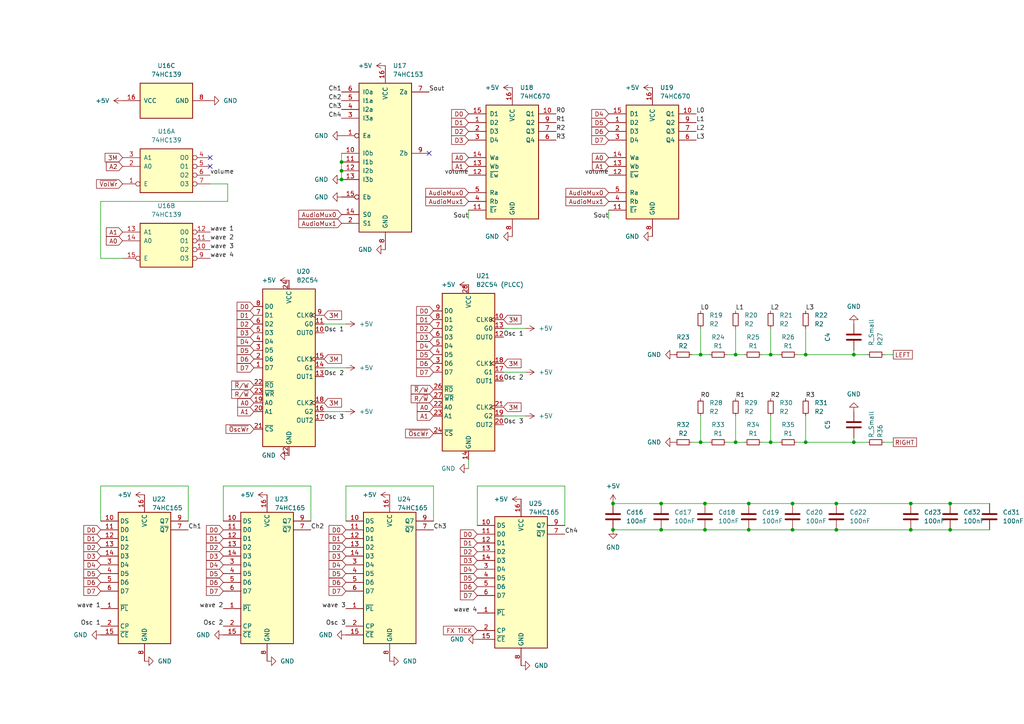
<source format=kicad_sch>
(kicad_sch (version 20230121) (generator eeschema)
  (paper "A4")
  (title_block (title "Audio"))
  (lib_symbols
    (symbol "74xx:74HC165"
      (property "Reference" "U" (at -7.62 19.05 0))
      (property "Value" "74HC165" (at -7.62 -21.59 0))
      (symbol "74HC165_1_0"
        (pin input line (at -12.7 -10.16 0) (length 5.08) (name "~{PL}") (number "1"))
        (pin input line (at -12.7 15.24 0) (length 5.08) (name "DS") (number "10"))
        (pin input line (at -12.7 12.7 0) (length 5.08) (name "D0") (number "11"))
        (pin input line (at -12.7 10.16 0) (length 5.08) (name "D1") (number "12"))
        (pin input line (at -12.7 7.62 0) (length 5.08) (name "D2") (number "13"))
        (pin input line (at -12.7 5.08 0) (length 5.08) (name "D3") (number "14"))
        (pin input line (at -12.7 -17.78 0) (length 5.08) (name "~{CE}") (number "15"))
        (pin power_in line (at 0 22.86 270) (length 5.08) (name "VCC") (number "16"))
        (pin input line (at -12.7 -15.24 0) (length 5.08) (name "CP") (number "2"))
        (pin input line (at -12.7 2.54 0) (length 5.08) (name "D4") (number "3"))
        (pin input line (at -12.7 0 0) (length 5.08) (name "D5") (number "4"))
        (pin input line (at -12.7 -2.54 0) (length 5.08) (name "D6") (number "5"))
        (pin input line (at -12.7 -5.08 0) (length 5.08) (name "D7") (number "6"))
        (pin output line (at 12.7 12.7 180) (length 5.08) (name "~{Q7}") (number "7"))
        (pin power_in line (at 0 -25.4 90) (length 5.08) (name "GND") (number "8"))
        (pin output line (at 12.7 15.24 180) (length 5.08) (name "Q7") (number "9"))
      )
      (symbol "74HC165_1_1"
        (rectangle (start -7.62 17.78) (end 7.62 -20.32) (stroke (width 0.254)) (fill (type background)))
      )
    )
    (symbol "74xx:74LS139" (pin_names (offset 1.016))
      (property "Reference" "U" (at -7.62 8.89 0))
      (property "Value" "74LS139" (at -7.62 -8.89 0))
      (symbol "74LS139_1_0"
        (pin input inverted (at -12.7 -5.08 0) (length 5.08) (name "E") (number "1"))
        (pin input line (at -12.7 0 0) (length 5.08) (name "A0") (number "2"))
        (pin input line (at -12.7 2.54 0) (length 5.08) (name "A1") (number "3"))
        (pin output inverted (at 12.7 2.54 180) (length 5.08) (name "O0") (number "4"))
        (pin output inverted (at 12.7 0 180) (length 5.08) (name "O1") (number "5"))
        (pin output inverted (at 12.7 -2.54 180) (length 5.08) (name "O2") (number "6"))
        (pin output inverted (at 12.7 -5.08 180) (length 5.08) (name "O3") (number "7"))
      )
      (symbol "74LS139_1_1"
        (rectangle (start -7.62 5.08) (end 7.62 -7.62) (stroke (width 0.254)) (fill (type background)))
      )
      (symbol "74LS139_2_0"
        (pin output inverted (at 12.7 -2.54 180) (length 5.08) (name "O2") (number "10"))
        (pin output inverted (at 12.7 0 180) (length 5.08) (name "O1") (number "11"))
        (pin output inverted (at 12.7 2.54 180) (length 5.08) (name "O0") (number "12"))
        (pin input line (at -12.7 2.54 0) (length 5.08) (name "A1") (number "13"))
        (pin input line (at -12.7 0 0) (length 5.08) (name "A0") (number "14"))
        (pin input inverted (at -12.7 -5.08 0) (length 5.08) (name "E") (number "15"))
        (pin output inverted (at 12.7 -5.08 180) (length 5.08) (name "O3") (number "9"))
      )
      (symbol "74LS139_2_1"
        (rectangle (start -7.62 5.08) (end 7.62 -7.62) (stroke (width 0.254)) (fill (type background)))
      )
      (symbol "74LS139_3_0"
        (pin power_in line (at 0 12.7 270) (length 5.08) (name "VCC") (number "16"))
        (pin power_in line (at 0 -12.7 90) (length 5.08) (name "GND") (number "8"))
      )
      (symbol "74LS139_3_1"
        (rectangle (start -5.08 7.62) (end 5.08 -7.62) (stroke (width 0.254)) (fill (type background)))
      )
    )
    (symbol "74xx:74LS153" (pin_names (offset 1.016))
      (property "Reference" "U" (at -7.62 21.59 0))
      (property "Value" "74LS153" (at -7.62 -24.13 0))
      (symbol "74LS153_1_0"
        (pin input inverted (at -12.7 5.08 0) (length 5.08) (name "Ea") (number "1"))
        (pin input line (at -12.7 0 0) (length 5.08) (name "I0b") (number "10"))
        (pin input line (at -12.7 -2.54 0) (length 5.08) (name "I1b") (number "11"))
        (pin input line (at -12.7 -5.08 0) (length 5.08) (name "I2b") (number "12"))
        (pin input line (at -12.7 -7.62 0) (length 5.08) (name "I3b") (number "13"))
        (pin input line (at -12.7 -17.78 0) (length 5.08) (name "S0") (number "14"))
        (pin input inverted (at -12.7 -12.7 0) (length 5.08) (name "Eb") (number "15"))
        (pin power_in line (at 0 25.4 270) (length 5.08) (name "VCC") (number "16"))
        (pin input line (at -12.7 -20.32 0) (length 5.08) (name "S1") (number "2"))
        (pin input line (at -12.7 10.16 0) (length 5.08) (name "I3a") (number "3"))
        (pin input line (at -12.7 12.7 0) (length 5.08) (name "I2a") (number "4"))
        (pin input line (at -12.7 15.24 0) (length 5.08) (name "I1a") (number "5"))
        (pin input line (at -12.7 17.78 0) (length 5.08) (name "I0a") (number "6"))
        (pin output line (at 12.7 17.78 180) (length 5.08) (name "Za") (number "7"))
        (pin power_in line (at 0 -27.94 90) (length 5.08) (name "GND") (number "8"))
        (pin output line (at 12.7 0 180) (length 5.08) (name "Zb") (number "9"))
      )
      (symbol "74LS153_1_1"
        (rectangle (start -7.62 20.32) (end 7.62 -22.86) (stroke (width 0.254)) (fill (type background)))
      )
    )
    (symbol "74xx:74LS670" (pin_names (offset 1.016))
      (property "Reference" "U" (at -7.62 16.51 0))
      (property "Value" "74LS670" (at -7.62 -19.05 0))
      (symbol "74LS670_1_0"
        (pin input line (at -12.7 10.16 0) (length 5.08) (name "D2") (number "1"))
        (pin tri_state line (at 12.7 12.7 180) (length 5.08) (name "Q1") (number "10"))
        (pin input line (at -12.7 -15.24 0) (length 5.08) (name "~{Er}") (number "11"))
        (pin input line (at -12.7 -5.08 0) (length 5.08) (name "~{Ew}") (number "12"))
        (pin input line (at -12.7 -2.54 0) (length 5.08) (name "Wb") (number "13"))
        (pin input line (at -12.7 0 0) (length 5.08) (name "Wa") (number "14"))
        (pin input line (at -12.7 12.7 0) (length 5.08) (name "D1") (number "15"))
        (pin power_in line (at 0 20.32 270) (length 5.08) (name "VCC") (number "16"))
        (pin input line (at -12.7 7.62 0) (length 5.08) (name "D3") (number "2"))
        (pin input line (at -12.7 5.08 0) (length 5.08) (name "D4") (number "3"))
        (pin input line (at -12.7 -12.7 0) (length 5.08) (name "Rb") (number "4"))
        (pin input line (at -12.7 -10.16 0) (length 5.08) (name "Ra") (number "5"))
        (pin tri_state line (at 12.7 5.08 180) (length 5.08) (name "Q4") (number "6"))
        (pin tri_state line (at 12.7 7.62 180) (length 5.08) (name "Q3") (number "7"))
        (pin power_in line (at 0 -22.86 90) (length 5.08) (name "GND") (number "8"))
        (pin tri_state line (at 12.7 10.16 180) (length 5.08) (name "Q2") (number "9"))
      )
      (symbol "74LS670_1_1"
        (rectangle (start -7.62 15.24) (end 7.62 -17.78) (stroke (width 0.254)) (fill (type background)))
      )
    )
    (symbol "Device:C" (pin_numbers hide) (pin_names (offset 0.254))
      (property "Reference" "C" (at 0.635 2.54 0))
      (property "Value" "C" (at 0.635 -2.54 0))
      (symbol "C_0_1"
        (polyline (pts (xy -2.032 -0.762) (xy 2.032 -0.762)) (stroke (width 0.508)))
        (polyline (pts (xy -2.032 0.762) (xy 2.032 0.762)) (stroke (width 0.508)))
      )
      (symbol "C_1_1"
        (pin passive line (at 0 3.81 270) (length 2.794) (name "~") (number "1"))
        (pin passive line (at 0 -3.81 90) (length 2.794) (name "~") (number "2"))
      )
    )
    (symbol "Device:R_Small" (pin_numbers hide) (pin_names (offset 0.254) hide)
      (property "Reference" "R" (at 0.762 0.508 0))
      (property "Value" "R_Small" (at 0.762 -1.016 0))
      (symbol "R_Small_0_1"
        (rectangle (start -0.762 1.778) (end 0.762 -1.778) (stroke (width 0.2032)))
      )
      (symbol "R_Small_1_1"
        (pin passive line (at 0 2.54 270) (length 0.762) (name "~") (number "1"))
        (pin passive line (at 0 -2.54 90) (length 0.762) (name "~") (number "2"))
      )
    )
    (symbol "Timer:82C54"
      (property "Reference" "U" (at -5.08 24.13 0))
      (property "Value" "82C54" (at 2.54 24.13 0))
      (symbol "82C54_0_1"
        (rectangle (start -7.62 -22.86) (end 7.62 22.86) (stroke (width 0.254)) (fill (type background)))
      )
      (symbol "82C54_1_1"
        (pin bidirectional line (at -10.16 0 0) (length 2.54) (name "D7") (number "1"))
        (pin output line (at 10.16 10.16 180) (length 2.54) (name "OUT0") (number "10"))
        (pin input line (at 10.16 12.7 180) (length 2.54) (name "G0") (number "11"))
        (pin power_in line (at 0 -25.4 90) (length 2.54) (name "GND") (number "12"))
        (pin output line (at 10.16 -2.54 180) (length 2.54) (name "OUT1") (number "13"))
        (pin input line (at 10.16 0 180) (length 2.54) (name "G1") (number "14"))
        (pin input clock (at 10.16 2.54 180) (length 2.54) (name "CLK1") (number "15"))
        (pin input line (at 10.16 -12.7 180) (length 2.54) (name "G2") (number "16"))
        (pin output line (at 10.16 -15.24 180) (length 2.54) (name "OUT2") (number "17"))
        (pin input clock (at 10.16 -10.16 180) (length 2.54) (name "CLK2") (number "18"))
        (pin input line (at -10.16 -10.16 0) (length 2.54) (name "A0") (number "19"))
        (pin bidirectional line (at -10.16 2.54 0) (length 2.54) (name "D6") (number "2"))
        (pin input line (at -10.16 -12.7 0) (length 2.54) (name "A1") (number "20"))
        (pin input line (at -10.16 -17.78 0) (length 2.54) (name "~{CS}") (number "21"))
        (pin input line (at -10.16 -5.08 0) (length 2.54) (name "~{RD}") (number "22"))
        (pin input line (at -10.16 -7.62 0) (length 2.54) (name "~{WR}") (number "23"))
        (pin power_in line (at 0 25.4 270) (length 2.54) (name "VCC") (number "24"))
        (pin bidirectional line (at -10.16 5.08 0) (length 2.54) (name "D5") (number "3"))
        (pin bidirectional line (at -10.16 7.62 0) (length 2.54) (name "D4") (number "4"))
        (pin bidirectional line (at -10.16 10.16 0) (length 2.54) (name "D3") (number "5"))
        (pin bidirectional line (at -10.16 12.7 0) (length 2.54) (name "D2") (number "6"))
        (pin bidirectional line (at -10.16 15.24 0) (length 2.54) (name "D1") (number "7"))
        (pin bidirectional line (at -10.16 17.78 0) (length 2.54) (name "D0") (number "8"))
        (pin input clock (at 10.16 15.24 180) (length 2.54) (name "CLK0") (number "9"))
      )
    )
    (symbol "Timer:82C54_PLCC"
      (property "Reference" "U" (at -3.81 24.13 0))
      (property "Value" "82C54_PLCC" (at 2.54 24.13 0))
      (symbol "82C54_PLCC_0_1"
        (rectangle (start -7.62 -22.86) (end 7.62 22.86) (stroke (width 0.254)) (fill (type background)))
      )
      (symbol "82C54_PLCC_1_1"
        (pin no_connect line (at -5.08 -22.86 90) (length 2.54) hide (name "NC") (number "1"))
        (pin input clock (at 10.16 15.24 180) (length 2.54) (name "CLK0") (number "10"))
        (pin no_connect line (at -2.54 -22.86 90) (length 2.54) hide (name "NC") (number "11"))
        (pin output line (at 10.16 10.16 180) (length 2.54) (name "OUT0") (number "12"))
        (pin input line (at 10.16 12.7 180) (length 2.54) (name "G0") (number "13"))
        (pin power_in line (at 0 -25.4 90) (length 2.54) (name "GND") (number "14"))
        (pin no_connect line (at 2.54 -22.86 90) (length 2.54) hide (name "NC") (number "15"))
        (pin output line (at 10.16 -2.54 180) (length 2.54) (name "OUT1") (number "16"))
        (pin input line (at 10.16 0 180) (length 2.54) (name "G1") (number "17"))
        (pin input clock (at 10.16 2.54 180) (length 2.54) (name "CLK1") (number "18"))
        (pin input line (at 10.16 -12.7 180) (length 2.54) (name "G2") (number "19"))
        (pin bidirectional line (at -10.16 0 0) (length 2.54) (name "D7") (number "2"))
        (pin output line (at 10.16 -15.24 180) (length 2.54) (name "OUT2") (number "20"))
        (pin input clock (at 10.16 -10.16 180) (length 2.54) (name "CLK2") (number "21"))
        (pin input line (at -10.16 -10.16 0) (length 2.54) (name "A0") (number "22"))
        (pin input line (at -10.16 -12.7 0) (length 2.54) (name "A1") (number "23"))
        (pin input line (at -10.16 -17.78 0) (length 2.54) (name "~{CS}") (number "24"))
        (pin no_connect line (at 5.08 -22.86 90) (length 2.54) hide (name "NC") (number "25"))
        (pin input line (at -10.16 -5.08 0) (length 2.54) (name "~{RD}") (number "26"))
        (pin input line (at -10.16 -7.62 0) (length 2.54) (name "~{WR}") (number "27"))
        (pin power_in line (at 0 25.4 270) (length 2.54) (name "VCC") (number "28"))
        (pin bidirectional line (at -10.16 2.54 0) (length 2.54) (name "D6") (number "3"))
        (pin bidirectional line (at -10.16 5.08 0) (length 2.54) (name "D5") (number "4"))
        (pin bidirectional line (at -10.16 7.62 0) (length 2.54) (name "D4") (number "5"))
        (pin bidirectional line (at -10.16 10.16 0) (length 2.54) (name "D3") (number "6"))
        (pin bidirectional line (at -10.16 12.7 0) (length 2.54) (name "D2") (number "7"))
        (pin bidirectional line (at -10.16 15.24 0) (length 2.54) (name "D1") (number "8"))
        (pin bidirectional line (at -10.16 17.78 0) (length 2.54) (name "D0") (number "9"))
      )
    )
    (symbol "power:+5V" (power) (pin_names (offset 0))
      (property "Value" "+5V" (at 0 3.556 0))
      (symbol "+5V_0_1"
        (polyline (pts (xy -0.762 1.27) (xy 0 2.54)))
        (polyline (pts (xy 0 0) (xy 0 2.54)))
        (polyline (pts (xy 0 2.54) (xy 0.762 1.27)))
      )
      (symbol "+5V_1_1"
        (pin power_in line (at 0 0 90) (length 0) hide (name "+5V") (number "1"))
      )
    )
    (symbol "power:GND" (power) (pin_names (offset 0))
      (property "Value" "GND" (at 0 -3.81 0))
      (symbol "GND_0_1"
        (polyline (pts (xy 0 0) (xy 0 -1.27) (xy 1.27 -1.27) (xy 0 -2.54) (xy -1.27 -1.27) (xy 0 -1.27)))
      )
      (symbol "GND_1_1"
        (pin power_in line (at 0 0 270) (length 0) hide (name "GND") (number "1"))
      )
    )
  )
  (junction (at 264.16 153.67))
  (junction (at 229.87 153.67))
  (junction (at 264.16 146.05))
  (junction (at 233.68 128.27))
  (junction (at 229.87 146.05))
  (junction (at 177.8 146.05))
  (junction (at 247.65 128.27))
  (junction (at 217.17 146.05))
  (junction (at 191.77 146.05))
  (junction (at 203.2 128.27))
  (junction (at 213.36 128.27))
  (junction (at 223.52 102.87))
  (junction (at 204.47 146.05))
  (junction (at 275.59 146.05))
  (junction (at 213.36 102.87))
  (junction (at 204.47 153.67))
  (junction (at 177.8 153.67))
  (junction (at 203.2 102.87))
  (junction (at 99.06 49.53))
  (junction (at 242.57 146.05))
  (junction (at 247.65 102.87))
  (junction (at 99.06 52.07))
  (junction (at 223.52 128.27))
  (junction (at 99.06 46.99))
  (junction (at 242.57 153.67))
  (junction (at 233.68 102.87))
  (junction (at 191.77 153.67))
  (junction (at 217.17 153.67))
  (junction (at 275.59 153.67))
  (no_connect (at 60.96 48.26))
  (no_connect (at 124.46 44.45))
  (no_connect (at 60.96 45.72))
  (wire (pts (xy 220.98 102.87) (xy 223.52 102.87)))
  (wire (pts (xy 152.4 95.25) (xy 146.05 95.25)))
  (wire (pts (xy 203.2 120.65) (xy 203.2 128.27)))
  (wire (pts (xy 177.8 146.05) (xy 191.77 146.05)))
  (wire (pts (xy 100.33 140.97) (xy 100.33 151.13)))
  (wire (pts (xy 233.68 102.87) (xy 247.65 102.87)))
  (wire (pts (xy 242.57 146.05) (xy 264.16 146.05)))
  (wire (pts (xy 200.66 102.87) (xy 203.2 102.87)))
  (wire (pts (xy 247.65 128.27) (xy 247.65 127)))
  (wire (pts (xy 210.82 102.87) (xy 213.36 102.87)))
  (wire (pts (xy 231.14 128.27) (xy 233.68 128.27)))
  (wire (pts (xy 191.77 153.67) (xy 204.47 153.67)))
  (wire (pts (xy 256.54 128.27) (xy 259.08 128.27)))
  (wire (pts (xy 264.16 153.67) (xy 275.59 153.67)))
  (wire (pts (xy 242.57 153.67) (xy 264.16 153.67)))
  (wire (pts (xy 251.46 128.27) (xy 247.65 128.27)))
  (wire (pts (xy 251.46 102.87) (xy 247.65 102.87)))
  (wire (pts (xy 100.33 93.98) (xy 93.98 93.98)))
  (wire (pts (xy 135.89 63.5) (xy 135.89 60.96)))
  (wire (pts (xy 29.21 140.97) (xy 29.21 151.13)))
  (wire (pts (xy 247.65 102.87) (xy 247.65 101.6)))
  (wire (pts (xy 213.36 128.27) (xy 215.9 128.27)))
  (wire (pts (xy 264.16 146.05) (xy 275.59 146.05)))
  (wire (pts (xy 191.77 146.05) (xy 204.47 146.05)))
  (wire (pts (xy 204.47 146.05) (xy 217.17 146.05)))
  (wire (pts (xy 177.8 153.67) (xy 191.77 153.67)))
  (wire (pts (xy 64.77 140.97) (xy 64.77 151.13)))
  (wire (pts (xy 204.47 153.67) (xy 217.17 153.67)))
  (wire (pts (xy 217.17 153.67) (xy 229.87 153.67)))
  (wire (pts (xy 90.17 151.13) (xy 90.17 140.97)))
  (wire (pts (xy 29.21 74.93) (xy 29.21 58.42)))
  (wire (pts (xy 210.82 128.27) (xy 213.36 128.27)))
  (wire (pts (xy 176.53 63.5) (xy 176.53 60.96)))
  (wire (pts (xy 66.04 53.34) (xy 60.96 53.34)))
  (wire (pts (xy 99.06 44.45) (xy 99.06 46.99)))
  (wire (pts (xy 233.68 128.27) (xy 247.65 128.27)))
  (wire (pts (xy 231.14 102.87) (xy 233.68 102.87)))
  (wire (pts (xy 223.52 95.25) (xy 223.52 102.87)))
  (wire (pts (xy 54.61 151.13) (xy 54.61 140.97)))
  (wire (pts (xy 135.89 135.89) (xy 135.89 133.35)))
  (wire (pts (xy 90.17 140.97) (xy 64.77 140.97)))
  (wire (pts (xy 203.2 102.87) (xy 205.74 102.87)))
  (wire (pts (xy 99.06 49.53) (xy 99.06 52.07)))
  (wire (pts (xy 229.87 153.67) (xy 242.57 153.67)))
  (wire (pts (xy 100.33 106.68) (xy 93.98 106.68)))
  (wire (pts (xy 66.04 58.42) (xy 66.04 53.34)))
  (wire (pts (xy 213.36 120.65) (xy 213.36 128.27)))
  (wire (pts (xy 203.2 95.25) (xy 203.2 102.87)))
  (wire (pts (xy 275.59 146.05) (xy 287.02 146.05)))
  (wire (pts (xy 220.98 128.27) (xy 223.52 128.27)))
  (wire (pts (xy 138.43 140.97) (xy 138.43 152.4)))
  (wire (pts (xy 223.52 102.87) (xy 226.06 102.87)))
  (wire (pts (xy 223.52 128.27) (xy 226.06 128.27)))
  (wire (pts (xy 203.2 128.27) (xy 205.74 128.27)))
  (wire (pts (xy 125.73 151.13) (xy 125.73 140.97)))
  (wire (pts (xy 256.54 102.87) (xy 259.08 102.87)))
  (wire (pts (xy 29.21 58.42) (xy 66.04 58.42)))
  (wire (pts (xy 229.87 146.05) (xy 242.57 146.05)))
  (wire (pts (xy 163.83 152.4) (xy 163.83 140.97)))
  (wire (pts (xy 213.36 102.87) (xy 215.9 102.87)))
  (wire (pts (xy 163.83 140.97) (xy 138.43 140.97)))
  (wire (pts (xy 233.68 120.65) (xy 233.68 128.27)))
  (wire (pts (xy 200.66 128.27) (xy 203.2 128.27)))
  (wire (pts (xy 100.33 119.38) (xy 93.98 119.38)))
  (wire (pts (xy 233.68 95.25) (xy 233.68 102.87)))
  (wire (pts (xy 213.36 95.25) (xy 213.36 102.87)))
  (wire (pts (xy 223.52 120.65) (xy 223.52 128.27)))
  (wire (pts (xy 275.59 153.67) (xy 287.02 153.67)))
  (wire (pts (xy 217.17 146.05) (xy 229.87 146.05)))
  (wire (pts (xy 152.4 120.65) (xy 146.05 120.65)))
  (wire (pts (xy 99.06 46.99) (xy 99.06 49.53)))
  (wire (pts (xy 54.61 140.97) (xy 29.21 140.97)))
  (wire (pts (xy 125.73 140.97) (xy 100.33 140.97)))
  (wire (pts (xy 152.4 107.95) (xy 146.05 107.95)))
  (wire (pts (xy 35.56 74.93) (xy 29.21 74.93)))
  (label "Osc 2" (at 93.98 109.22 0))
  (label "R2" (at 161.29 38.1 0))
  (label "Sout" (at 135.89 63.5 180))
  (label "Osc 3" (at 93.98 121.92 0))
  (label "L3" (at 233.68 90.17 0))
  (label "volume" (at 135.89 50.8 180))
  (label "Osc 1" (at 29.21 181.61 180))
  (label "Ch1" (at 99.06 26.67 180))
  (label "Ch4" (at 163.83 154.94 0))
  (label "Sout" (at 176.53 63.5 180))
  (label "R3" (at 233.68 115.57 0))
  (label "Osc 2" (at 146.05 110.49 0))
  (label "wave 1" (at 60.96 67.31 0))
  (label "Sout" (at 124.46 26.67 0))
  (label "Osc 2" (at 64.77 181.61 180))
  (label "L3" (at 201.93 40.64 0))
  (label "wave 1" (at 29.21 176.53 180))
  (label "wave 3" (at 60.96 72.39 0))
  (label "wave 2" (at 60.96 69.85 0))
  (label "wave 3" (at 100.33 176.53 180))
  (label "R3" (at 161.29 40.64 0))
  (label "L2" (at 201.93 38.1 0))
  (label "wave 4" (at 60.96 74.93 0))
  (label "Osc 1" (at 93.98 96.52 0))
  (label "Ch2" (at 99.06 29.21 180))
  (label "Osc 1" (at 146.05 97.79 0))
  (label "volume" (at 60.96 50.8 0))
  (label "volume" (at 176.53 50.8 180))
  (label "Ch2" (at 90.17 153.67 0))
  (label "L1" (at 213.36 90.17 0))
  (label "R1" (at 213.36 115.57 0))
  (label "R1" (at 161.29 35.56 0))
  (label "R0" (at 203.2 115.57 0))
  (label "R0" (at 161.29 33.02 0))
  (label "Ch4" (at 99.06 34.29 180))
  (label "wave 4" (at 138.43 177.8 180))
  (label "wave 2" (at 64.77 176.53 180))
  (label "Ch3" (at 125.73 153.67 0))
  (label "Ch3" (at 99.06 31.75 180))
  (label "Osc 3" (at 100.33 181.61 180))
  (label "Ch1" (at 54.61 153.67 0))
  (label "Osc 3" (at 146.05 123.19 0))
  (label "L2" (at 223.52 90.17 0))
  (label "L0" (at 201.93 33.02 0))
  (label "L1" (at 201.93 35.56 0))
  (label "L0" (at 203.2 90.17 0))
  (label "R2" (at 223.52 115.57 0))
  (global_label "D3" (shape input) (at 64.77 161.29 180) (property "Intersheetrefs" "${INTERSHEET_REFS}" (effects hide)))
  (global_label "D4" (shape input) (at 125.73 100.33 180) (property "Intersheetrefs" "${INTERSHEET_REFS}" (effects hide)))
  (global_label "R{slash}~{W}" (shape input) (at 73.66 114.3 180) (property "Intersheetrefs" "${INTERSHEET_REFS}" (effects hide)))
  (global_label "A0" (shape input) (at 125.73 118.11 180) (property "Intersheetrefs" "${INTERSHEET_REFS}" (effects hide)))
  (global_label "D7" (shape input) (at 29.21 171.45 180) (property "Intersheetrefs" "${INTERSHEET_REFS}" (effects hide)))
  (global_label "D6" (shape input) (at 125.73 105.41 180) (property "Intersheetrefs" "${INTERSHEET_REFS}" (effects hide)))
  (global_label "D4" (shape input) (at 138.43 165.1 180) (property "Intersheetrefs" "${INTERSHEET_REFS}" (effects hide)))
  (global_label "D3" (shape input) (at 125.73 97.79 180) (property "Intersheetrefs" "${INTERSHEET_REFS}" (effects hide)))
  (global_label "D4" (shape input) (at 29.21 163.83 180) (property "Intersheetrefs" "${INTERSHEET_REFS}" (effects hide)))
  (global_label "D0" (shape input) (at 135.89 33.02 180) (property "Intersheetrefs" "${INTERSHEET_REFS}" (effects hide)))
  (global_label "LEFT" (shape passive) (at 259.08 102.87 0) (property "Intersheetrefs" "${INTERSHEET_REFS}" (effects hide)))
  (global_label "A2" (shape input) (at 35.56 48.26 180) (property "Intersheetrefs" "${INTERSHEET_REFS}" (effects hide)))
  (global_label "D5" (shape input) (at 100.33 166.37 180) (property "Intersheetrefs" "${INTERSHEET_REFS}" (effects hide)))
  (global_label "D7" (shape input) (at 64.77 171.45 180) (property "Intersheetrefs" "${INTERSHEET_REFS}" (effects hide)))
  (global_label "AudioMux0" (shape input) (at 176.53 55.88 180) (property "Intersheetrefs" "${INTERSHEET_REFS}" (effects hide)))
  (global_label "D1" (shape input) (at 135.89 35.56 180) (property "Intersheetrefs" "${INTERSHEET_REFS}" (effects hide)))
  (global_label "D6" (shape input) (at 100.33 168.91 180) (property "Intersheetrefs" "${INTERSHEET_REFS}" (effects hide)))
  (global_label "D2" (shape input) (at 29.21 158.75 180) (property "Intersheetrefs" "${INTERSHEET_REFS}" (effects hide)))
  (global_label "A0" (shape input) (at 73.66 116.84 180) (property "Intersheetrefs" "${INTERSHEET_REFS}" (effects hide)))
  (global_label "D7" (shape input) (at 176.53 40.64 180) (property "Intersheetrefs" "${INTERSHEET_REFS}" (effects hide)))
  (global_label "D5" (shape input) (at 176.53 35.56 180) (property "Intersheetrefs" "${INTERSHEET_REFS}" (effects hide)))
  (global_label "D3" (shape input) (at 73.66 96.52 180) (property "Intersheetrefs" "${INTERSHEET_REFS}" (effects hide)))
  (global_label "A1" (shape input) (at 176.53 48.26 180) (property "Intersheetrefs" "${INTERSHEET_REFS}" (effects hide)))
  (global_label "D1" (shape input) (at 73.66 91.44 180) (property "Intersheetrefs" "${INTERSHEET_REFS}" (effects hide)))
  (global_label "D3" (shape input) (at 138.43 162.56 180) (property "Intersheetrefs" "${INTERSHEET_REFS}" (effects hide)))
  (global_label "AudioMux0" (shape input) (at 99.06 62.23 180) (property "Intersheetrefs" "${INTERSHEET_REFS}" (effects hide)))
  (global_label "A0" (shape input) (at 135.89 45.72 180) (property "Intersheetrefs" "${INTERSHEET_REFS}" (effects hide)))
  (global_label "~{OscWr}" (shape input) (at 73.66 124.46 180) (property "Intersheetrefs" "${INTERSHEET_REFS}" (effects hide)))
  (global_label "D7" (shape input) (at 138.43 172.72 180) (property "Intersheetrefs" "${INTERSHEET_REFS}" (effects hide)))
  (global_label "D6" (shape input) (at 176.53 38.1 180) (property "Intersheetrefs" "${INTERSHEET_REFS}" (effects hide)))
  (global_label "AudioMux1" (shape input) (at 135.89 58.42 180) (property "Intersheetrefs" "${INTERSHEET_REFS}" (effects hide)))
  (global_label "D4" (shape input) (at 176.53 33.02 180) (property "Intersheetrefs" "${INTERSHEET_REFS}" (effects hide)))
  (global_label "D6" (shape input) (at 138.43 170.18 180) (property "Intersheetrefs" "${INTERSHEET_REFS}" (effects hide)))
  (global_label "3M" (shape input) (at 146.05 118.11 0) (property "Intersheetrefs" "${INTERSHEET_REFS}" (effects hide)))
  (global_label "D0" (shape input) (at 29.21 153.67 180) (property "Intersheetrefs" "${INTERSHEET_REFS}" (effects hide)))
  (global_label "D5" (shape input) (at 73.66 101.6 180) (property "Intersheetrefs" "${INTERSHEET_REFS}" (effects hide)))
  (global_label "A1" (shape input) (at 125.73 120.65 180) (property "Intersheetrefs" "${INTERSHEET_REFS}" (effects hide)))
  (global_label "3M" (shape input) (at 146.05 105.41 0) (property "Intersheetrefs" "${INTERSHEET_REFS}" (effects hide)))
  (global_label "D1" (shape input) (at 29.21 156.21 180) (property "Intersheetrefs" "${INTERSHEET_REFS}" (effects hide)))
  (global_label "D2" (shape input) (at 125.73 95.25 180) (property "Intersheetrefs" "${INTERSHEET_REFS}" (effects hide)))
  (global_label "A1" (shape input) (at 35.56 67.31 180) (property "Intersheetrefs" "${INTERSHEET_REFS}" (effects hide)))
  (global_label "D2" (shape input) (at 64.77 158.75 180) (property "Intersheetrefs" "${INTERSHEET_REFS}" (effects hide)))
  (global_label "~{VolWr}" (shape input) (at 35.56 53.34 180) (property "Intersheetrefs" "${INTERSHEET_REFS}" (effects hide)))
  (global_label "3M" (shape input) (at 35.56 45.72 180) (property "Intersheetrefs" "${INTERSHEET_REFS}" (effects hide)))
  (global_label "3M" (shape input) (at 93.98 104.14 0) (property "Intersheetrefs" "${INTERSHEET_REFS}" (effects hide)))
  (global_label "D1" (shape input) (at 125.73 92.71 180) (property "Intersheetrefs" "${INTERSHEET_REFS}" (effects hide)))
  (global_label "R{slash}~{W}" (shape input) (at 125.73 115.57 180) (property "Intersheetrefs" "${INTERSHEET_REFS}" (effects hide)))
  (global_label "D6" (shape input) (at 64.77 168.91 180) (property "Intersheetrefs" "${INTERSHEET_REFS}" (effects hide)))
  (global_label "D3" (shape input) (at 29.21 161.29 180) (property "Intersheetrefs" "${INTERSHEET_REFS}" (effects hide)))
  (global_label "RIGHT" (shape passive) (at 259.08 128.27 0) (property "Intersheetrefs" "${INTERSHEET_REFS}" (effects hide)))
  (global_label "D0" (shape input) (at 138.43 154.94 180) (property "Intersheetrefs" "${INTERSHEET_REFS}" (effects hide)))
  (global_label "AudioMux1" (shape input) (at 176.53 58.42 180) (property "Intersheetrefs" "${INTERSHEET_REFS}" (effects hide)))
  (global_label "D7" (shape input) (at 73.66 106.68 180) (property "Intersheetrefs" "${INTERSHEET_REFS}" (effects hide)))
  (global_label "D2" (shape input) (at 138.43 160.02 180) (property "Intersheetrefs" "${INTERSHEET_REFS}" (effects hide)))
  (global_label "D3" (shape input) (at 135.89 40.64 180) (property "Intersheetrefs" "${INTERSHEET_REFS}" (effects hide)))
  (global_label "D0" (shape input) (at 64.77 153.67 180) (property "Intersheetrefs" "${INTERSHEET_REFS}" (effects hide)))
  (global_label "D6" (shape input) (at 73.66 104.14 180) (property "Intersheetrefs" "${INTERSHEET_REFS}" (effects hide)))
  (global_label "3M" (shape input) (at 93.98 116.84 0) (property "Intersheetrefs" "${INTERSHEET_REFS}" (effects hide)))
  (global_label "D4" (shape input) (at 100.33 163.83 180) (property "Intersheetrefs" "${INTERSHEET_REFS}" (effects hide)))
  (global_label "A1" (shape input) (at 135.89 48.26 180) (property "Intersheetrefs" "${INTERSHEET_REFS}" (effects hide)))
  (global_label "~{R}{slash}W" (shape input) (at 73.66 111.76 180) (property "Intersheetrefs" "${INTERSHEET_REFS}" (effects hide)))
  (global_label "D0" (shape input) (at 125.73 90.17 180) (property "Intersheetrefs" "${INTERSHEET_REFS}" (effects hide)))
  (global_label "AudioMux0" (shape input) (at 135.89 55.88 180) (property "Intersheetrefs" "${INTERSHEET_REFS}" (effects hide)))
  (global_label "D2" (shape input) (at 135.89 38.1 180) (property "Intersheetrefs" "${INTERSHEET_REFS}" (effects hide)))
  (global_label "D6" (shape input) (at 29.21 168.91 180) (property "Intersheetrefs" "${INTERSHEET_REFS}" (effects hide)))
  (global_label "D1" (shape input) (at 100.33 156.21 180) (property "Intersheetrefs" "${INTERSHEET_REFS}" (effects hide)))
  (global_label "D5" (shape input) (at 125.73 102.87 180) (property "Intersheetrefs" "${INTERSHEET_REFS}" (effects hide)))
  (global_label "FX TICK" (shape input) (at 138.43 182.88 180) (property "Intersheetrefs" "${INTERSHEET_REFS}" (effects hide)))
  (global_label "D4" (shape input) (at 73.66 99.06 180) (property "Intersheetrefs" "${INTERSHEET_REFS}" (effects hide)))
  (global_label "3M" (shape input) (at 93.98 91.44 0) (property "Intersheetrefs" "${INTERSHEET_REFS}" (effects hide)))
  (global_label "D4" (shape input) (at 64.77 163.83 180) (property "Intersheetrefs" "${INTERSHEET_REFS}" (effects hide)))
  (global_label "~{OscWr}" (shape input) (at 125.73 125.73 180) (property "Intersheetrefs" "${INTERSHEET_REFS}" (effects hide)))
  (global_label "D2" (shape input) (at 100.33 158.75 180) (property "Intersheetrefs" "${INTERSHEET_REFS}" (effects hide)))
  (global_label "D5" (shape input) (at 29.21 166.37 180) (property "Intersheetrefs" "${INTERSHEET_REFS}" (effects hide)))
  (global_label "A0" (shape input) (at 176.53 45.72 180) (property "Intersheetrefs" "${INTERSHEET_REFS}" (effects hide)))
  (global_label "D3" (shape input) (at 100.33 161.29 180) (property "Intersheetrefs" "${INTERSHEET_REFS}" (effects hide)))
  (global_label "D7" (shape input) (at 100.33 171.45 180) (property "Intersheetrefs" "${INTERSHEET_REFS}" (effects hide)))
  (global_label "D1" (shape input) (at 64.77 156.21 180) (property "Intersheetrefs" "${INTERSHEET_REFS}" (effects hide)))
  (global_label "D0" (shape input) (at 100.33 153.67 180) (property "Intersheetrefs" "${INTERSHEET_REFS}" (effects hide)))
  (global_label "~{R}{slash}W" (shape input) (at 125.73 113.03 180) (property "Intersheetrefs" "${INTERSHEET_REFS}" (effects hide)))
  (global_label "D5" (shape input) (at 138.43 167.64 180) (property "Intersheetrefs" "${INTERSHEET_REFS}" (effects hide)))
  (global_label "D0" (shape input) (at 73.66 88.9 180) (property "Intersheetrefs" "${INTERSHEET_REFS}" (effects hide)))
  (global_label "AudioMux1" (shape input) (at 99.06 64.77 180) (property "Intersheetrefs" "${INTERSHEET_REFS}" (effects hide)))
  (global_label "A1" (shape input) (at 73.66 119.38 180) (property "Intersheetrefs" "${INTERSHEET_REFS}" (effects hide)))
  (global_label "3M" (shape input) (at 146.05 92.71 0) (property "Intersheetrefs" "${INTERSHEET_REFS}" (effects hide)))
  (global_label "D1" (shape input) (at 138.43 157.48 180) (property "Intersheetrefs" "${INTERSHEET_REFS}" (effects hide)))
  (global_label "A0" (shape input) (at 35.56 69.85 180) (property "Intersheetrefs" "${INTERSHEET_REFS}" (effects hide)))
  (global_label "D7" (shape input) (at 125.73 107.95 180) (property "Intersheetrefs" "${INTERSHEET_REFS}" (effects hide)))
  (global_label "D2" (shape input) (at 73.66 93.98 180) (property "Intersheetrefs" "${INTERSHEET_REFS}" (effects hide)))
  (global_label "D5" (shape input) (at 64.77 166.37 180) (property "Intersheetrefs" "${INTERSHEET_REFS}" (effects hide)))
  (symbol (lib_id "Device:R_Small") (at 254 128.27 270) (mirror x) (unit 1)
    (property "Reference" "R36" (at 255.27 127 0) (effects (justify left)))
    (property "Value" "R_Small" (at 252.73 127 0) (effects (justify left)))
    (property "Footprint" "PCM_Resistor_THT_US_AKL:R_Axial_DIN0204_L3.6mm_D1.6mm_P1.90mm_Vertical" (effects hide))
  )
  (symbol (lib_id "power:+5V") (at 35.56 29.21 90) (unit 1)
    (property "Reference" "#PWR076" (effects hide))
    (property "Value" "+5V" (at 31.75 29.21 90) (effects (justify left)))
  )
  (symbol (lib_id "74xx:74HC165") (at 41.91 166.37 0) (unit 1)
    (property "Reference" "U22" (at 44.1041 144.78 0) (effects (justify left)))
    (property "Value" "74HC165" (at 44.1041 147.32 0) (effects (justify left)))
    (property "Footprint" "PCM_Package_DIP_AKL:DIP-16_W7.62mm_Socket_LongPads" (effects hide))
    (property "Datasheet" "https://assets.nexperia.com/documents/data-sheet/74HC_HCT165.pdf" (effects hide))
  )
  (symbol (lib_id "power:+5V") (at 111.76 19.05 90) (unit 1)
    (property "Reference" "#PWR073" (effects hide))
    (property "Value" "+5V" (at 107.95 19.05 90) (effects (justify left)))
  )
  (symbol (lib_id "power:GND") (at 138.43 185.42 270) (unit 1)
    (property "Reference" "#PWR0107" (effects hide))
    (property "Value" "GND" (at 134.62 185.42 90) (effects (justify right)))
  )
  (symbol (lib_id "Device:R_Small") (at 198.12 102.87 90) (unit 1)
    (property "Reference" "R23" (at 198.12 97.79 90))
    (property "Value" "R2" (at 198.12 100.33 90))
    (property "Footprint" "Resistor_THT:R_Axial_DIN0204_L3.6mm_D1.6mm_P1.90mm_Vertical" (effects hide))
  )
  (symbol (lib_id "power:+5V") (at 41.91 143.51 90) (unit 1)
    (property "Reference" "#PWR098" (effects hide))
    (property "Value" "+5V" (at 38.1 143.51 90) (effects (justify left)))
  )
  (symbol (lib_id "Device:R_Small") (at 203.2 92.71 180) (unit 1)
    (property "Reference" "R19" (at 205.74 91.44 0) (effects (justify right)))
    (property "Value" "R2" (at 205.74 93.98 0) (effects (justify right)))
    (property "Footprint" "Resistor_THT:R_Axial_DIN0204_L3.6mm_D1.6mm_P1.90mm_Vertical" (effects hide))
  )
  (symbol (lib_id "power:GND") (at 113.03 191.77 90) (unit 1)
    (property "Reference" "#PWR0110" (effects hide))
    (property "Value" "GND" (at 116.84 191.77 90) (effects (justify right)))
  )
  (symbol (lib_id "power:GND") (at 99.06 52.07 270) (unit 1)
    (property "Reference" "#PWR079" (effects hide))
    (property "Value" "GND" (at 95.25 52.07 90) (effects (justify right)))
  )
  (symbol (lib_id "power:GND") (at 247.65 93.98 180) (unit 1)
    (property "Reference" "#PWR087" (effects hide))
    (property "Value" "GND" (at 247.65 88.9 0))
  )
  (symbol (lib_id "Timer:82C54_PLCC") (at 135.89 107.95 0) (unit 1)
    (property "Reference" "U21" (at 138.0841 80.01 0) (effects (justify left)))
    (property "Value" "82C54 (PLCC)" (at 138.0841 82.55 0) (effects (justify left)))
    (property "Footprint" "Package_LCC:PLCC-28_THT-Socket" (effects hide))
    (property "Datasheet" "http://download.intel.com/design/archives/periphrl/docs/23124406.pdf" (effects hide))
  )
  (symbol (lib_id "power:GND") (at 29.21 184.15 270) (unit 1)
    (property "Reference" "#PWR0104" (effects hide))
    (property "Value" "GND" (at 25.4 184.15 90) (effects (justify right)))
  )
  (symbol (lib_id "74xx:74LS153") (at 111.76 44.45 0) (unit 1)
    (property "Reference" "U17" (at 113.9541 19.05 0) (effects (justify left)))
    (property "Value" "74HC153" (at 113.9541 21.59 0) (effects (justify left)))
    (property "Footprint" "PCM_Package_DIP_AKL:DIP-16_W7.62mm_Socket_LongPads" (effects hide))
    (property "Datasheet" "http://www.ti.com/lit/gpn/sn74LS153" (effects hide))
  )
  (symbol (lib_id "power:GND") (at 41.91 191.77 90) (unit 1)
    (property "Reference" "#PWR0108" (effects hide))
    (property "Value" "GND" (at 45.72 191.77 90) (effects (justify right)))
  )
  (symbol (lib_id "Device:R_Small") (at 213.36 92.71 180) (unit 1)
    (property "Reference" "R20" (at 215.9 91.44 0) (effects (justify right)))
    (property "Value" "R2" (at 215.9 93.98 0) (effects (justify right)))
    (property "Footprint" "Resistor_THT:R_Axial_DIN0204_L3.6mm_D1.6mm_P1.90mm_Vertical" (effects hide))
  )
  (symbol (lib_id "power:GND") (at 100.33 184.15 270) (mirror x) (unit 1)
    (property "Reference" "#PWR0106" (effects hide))
    (property "Value" "GND" (at 96.52 184.15 90) (effects (justify right)))
  )
  (symbol (lib_id "power:+5V") (at 152.4 107.95 270) (unit 1)
    (property "Reference" "#PWR091" (effects hide))
    (property "Value" "+5V" (at 156.21 107.95 90) (effects (justify left)))
  )
  (symbol (lib_id "Device:C") (at 247.65 97.79 0) (unit 1)
    (property "Reference" "C4" (at 240.03 97.79 90))
    (property "Value" "100nF" (effects hide))
    (property "Footprint" "Capacitor_THT:C_Disc_D3.0mm_W2.0mm_P2.50mm" (effects hide))
  )
  (symbol (lib_id "power:GND") (at 148.59 68.58 270) (unit 1)
    (property "Reference" "#PWR081" (effects hide))
    (property "Value" "GND" (at 144.78 68.58 90) (effects (justify right)))
  )
  (symbol (lib_id "Device:C") (at 275.59 149.86 0) (unit 1)
    (property "Reference" "Cd32" (at 279.4 148.59 0) (effects (justify left)))
    (property "Value" "100nF" (at 279.4 151.13 0) (effects (justify left)))
    (property "Footprint" "Capacitor_THT:C_Disc_D3.0mm_W2.0mm_P2.50mm" (effects hide))
  )
  (symbol (lib_id "power:GND") (at 77.47 191.77 90) (unit 1)
    (property "Reference" "#PWR0109" (effects hide))
    (property "Value" "GND" (at 81.28 191.77 90) (effects (justify right)))
  )
  (symbol (lib_id "74xx:74LS670") (at 148.59 45.72 0) (unit 1)
    (property "Reference" "U18" (at 150.7841 25.4 0) (effects (justify left)))
    (property "Value" "74HC670" (at 150.7841 27.94 0) (effects (justify left)))
    (property "Footprint" "PCM_Package_DIP_AKL:DIP-16_W7.62mm_Socket_LongPads" (effects hide))
    (property "Datasheet" "http://www.ti.com/lit/gpn/sn74LS670" (effects hide))
  )
  (symbol (lib_id "74xx:74LS139") (at 48.26 29.21 90) (unit 3)
    (property "Reference" "U16" (at 48.26 19.05 90))
    (property "Value" "74HC139" (at 48.26 21.59 90))
    (property "Footprint" "PCM_Package_DIP_AKL:DIP-16_W7.62mm_Socket_LongPads" (effects hide))
    (property "Datasheet" "http://www.ti.com/lit/ds/symlink/sn74ls139a.pdf" (effects hide))
  )
  (symbol (lib_id "power:+5V") (at 152.4 120.65 270) (unit 1)
    (property "Reference" "#PWR094" (effects hide))
    (property "Value" "+5V" (at 156.21 120.65 90) (effects (justify left)))
  )
  (symbol (lib_id "Device:R_Small") (at 218.44 102.87 90) (unit 1)
    (property "Reference" "R25" (at 218.44 97.79 90))
    (property "Value" "R1" (at 218.44 100.33 90))
    (property "Footprint" "Resistor_THT:R_Axial_DIN0204_L3.6mm_D1.6mm_P1.90mm_Vertical" (effects hide))
  )
  (symbol (lib_id "power:GND") (at 135.89 135.89 270) (unit 1)
    (property "Reference" "#PWR097" (effects hide))
    (property "Value" "GND" (at 132.08 135.89 90) (effects (justify right)))
  )
  (symbol (lib_id "power:+5V") (at 189.23 25.4 90) (unit 1)
    (property "Reference" "#PWR075" (effects hide))
    (property "Value" "+5V" (at 185.42 25.4 90) (effects (justify left)))
  )
  (symbol (lib_id "Device:R_Small") (at 203.2 118.11 180) (unit 1)
    (property "Reference" "R28" (at 205.74 116.84 0) (effects (justify right)))
    (property "Value" "R2" (at 205.74 119.38 0) (effects (justify right)))
    (property "Footprint" "Resistor_THT:R_Axial_DIN0204_L3.6mm_D1.6mm_P1.90mm_Vertical" (effects hide))
  )
  (symbol (lib_id "power:GND") (at 83.82 132.08 270) (unit 1)
    (property "Reference" "#PWR096" (effects hide))
    (property "Value" "GND" (at 80.01 132.08 90) (effects (justify right)))
  )
  (symbol (lib_id "74xx:74LS670") (at 189.23 45.72 0) (unit 1)
    (property "Reference" "U19" (at 191.4241 25.4 0) (effects (justify left)))
    (property "Value" "74HC670" (at 191.4241 27.94 0) (effects (justify left)))
    (property "Footprint" "PCM_Package_DIP_AKL:DIP-16_W7.62mm_Socket_LongPads" (effects hide))
    (property "Datasheet" "http://www.ti.com/lit/gpn/sn74LS670" (effects hide))
  )
  (symbol (lib_id "Device:C") (at 242.57 149.86 0) (unit 1)
    (property "Reference" "Cd22" (at 246.38 148.59 0) (effects (justify left)))
    (property "Value" "100nF" (at 246.38 151.13 0) (effects (justify left)))
    (property "Footprint" "Capacitor_THT:C_Disc_D3.0mm_W2.0mm_P2.50mm" (effects hide))
  )
  (symbol (lib_id "Device:R_Small") (at 223.52 118.11 180) (unit 1)
    (property "Reference" "R30" (at 226.06 116.84 0) (effects (justify right)))
    (property "Value" "R2" (at 226.06 119.38 0) (effects (justify right)))
    (property "Footprint" "Resistor_THT:R_Axial_DIN0204_L3.6mm_D1.6mm_P1.90mm_Vertical" (effects hide))
  )
  (symbol (lib_id "Device:R_Small") (at 218.44 128.27 90) (unit 1)
    (property "Reference" "R34" (at 218.44 123.19 90))
    (property "Value" "R1" (at 218.44 125.73 90))
    (property "Footprint" "Resistor_THT:R_Axial_DIN0204_L3.6mm_D1.6mm_P1.90mm_Vertical" (effects hide))
  )
  (symbol (lib_id "Device:C") (at 177.8 149.86 0) (unit 1)
    (property "Reference" "Cd16" (at 181.61 148.59 0) (effects (justify left)))
    (property "Value" "100nF" (at 181.61 151.13 0) (effects (justify left)))
    (property "Footprint" "Capacitor_THT:C_Disc_D3.0mm_W2.0mm_P2.50mm" (effects hide))
  )
  (symbol (lib_id "power:+5V") (at 83.82 81.28 90) (unit 1)
    (property "Reference" "#PWR084" (effects hide))
    (property "Value" "+5V" (at 80.01 81.28 90) (effects (justify left)))
  )
  (symbol (lib_id "Device:R_Small") (at 223.52 92.71 180) (unit 1)
    (property "Reference" "R21" (at 226.06 91.44 0) (effects (justify right)))
    (property "Value" "R2" (at 226.06 93.98 0) (effects (justify right)))
    (property "Footprint" "Resistor_THT:R_Axial_DIN0204_L3.6mm_D1.6mm_P1.90mm_Vertical" (effects hide))
  )
  (symbol (lib_id "Device:R_Small") (at 233.68 118.11 180) (unit 1)
    (property "Reference" "R31" (at 236.22 116.84 0) (effects (justify right)))
    (property "Value" "R2" (at 236.22 119.38 0) (effects (justify right)))
    (property "Footprint" "Resistor_THT:R_Axial_DIN0204_L3.6mm_D1.6mm_P1.90mm_Vertical" (effects hide))
  )
  (symbol (lib_id "Device:C") (at 191.77 149.86 0) (unit 1)
    (property "Reference" "Cd17" (at 195.58 148.59 0) (effects (justify left)))
    (property "Value" "100nF" (at 195.58 151.13 0) (effects (justify left)))
    (property "Footprint" "Capacitor_THT:C_Disc_D3.0mm_W2.0mm_P2.50mm" (effects hide))
  )
  (symbol (lib_id "Device:R_Small") (at 208.28 102.87 90) (unit 1)
    (property "Reference" "R24" (at 208.28 97.79 90))
    (property "Value" "R1" (at 208.28 100.33 90))
    (property "Footprint" "Resistor_THT:R_Axial_DIN0204_L3.6mm_D1.6mm_P1.90mm_Vertical" (effects hide))
  )
  (symbol (lib_id "74xx:74HC165") (at 151.13 167.64 0) (unit 1)
    (property "Reference" "U25" (at 153.3241 146.05 0) (effects (justify left)))
    (property "Value" "74HC165" (at 153.3241 148.59 0) (effects (justify left)))
    (property "Footprint" "PCM_Package_DIP_AKL:DIP-16_W7.62mm_Socket_LongPads" (effects hide))
    (property "Datasheet" "https://assets.nexperia.com/documents/data-sheet/74HC_HCT165.pdf" (effects hide))
  )
  (symbol (lib_id "Device:R_Small") (at 228.6 102.87 90) (unit 1)
    (property "Reference" "R26" (at 228.6 97.79 90))
    (property "Value" "R1" (at 228.6 100.33 90))
    (property "Footprint" "Resistor_THT:R_Axial_DIN0204_L3.6mm_D1.6mm_P1.90mm_Vertical" (effects hide))
  )
  (symbol (lib_id "power:+5V") (at 100.33 93.98 270) (unit 1)
    (property "Reference" "#PWR086" (effects hide))
    (property "Value" "+5V" (at 104.14 93.98 90) (effects (justify left)))
  )
  (symbol (lib_id "power:GND") (at 60.96 29.21 90) (unit 1)
    (property "Reference" "#PWR077" (effects hide))
    (property "Value" "GND" (at 64.77 29.21 90) (effects (justify right)))
  )
  (symbol (lib_id "power:+5V") (at 113.03 143.51 90) (unit 1)
    (property "Reference" "#PWR0100" (effects hide))
    (property "Value" "+5V" (at 109.22 143.51 90) (effects (justify left)))
  )
  (symbol (lib_id "power:GND") (at 177.8 153.67 0) (unit 1)
    (property "Reference" "#PWR0103" (effects hide))
    (property "Value" "GND" (at 177.8 158.75 0))
  )
  (symbol (lib_id "Device:R_Small") (at 228.6 128.27 90) (unit 1)
    (property "Reference" "R35" (at 228.6 123.19 90))
    (property "Value" "R1" (at 228.6 125.73 90))
    (property "Footprint" "Resistor_THT:R_Axial_DIN0204_L3.6mm_D1.6mm_P1.90mm_Vertical" (effects hide))
  )
  (symbol (lib_id "power:+5V") (at 177.8 146.05 0) (unit 1)
    (property "Reference" "#PWR0102" (effects hide))
    (property "Value" "+5V" (at 177.8 140.97 0))
  )
  (symbol (lib_id "Device:R_Small") (at 208.28 128.27 90) (unit 1)
    (property "Reference" "R33" (at 208.28 123.19 90))
    (property "Value" "R1" (at 208.28 125.73 90))
    (property "Footprint" "Resistor_THT:R_Axial_DIN0204_L3.6mm_D1.6mm_P1.90mm_Vertical" (effects hide))
  )
  (symbol (lib_id "Timer:82C54") (at 83.82 106.68 0) (unit 1)
    (property "Reference" "U20" (at 86.0141 78.74 0) (effects (justify left)))
    (property "Value" "82C54" (at 86.0141 81.28 0) (effects (justify left)))
    (property "Footprint" "Package_DIP:DIP-24_W15.24mm_Socket" (effects hide))
    (property "Datasheet" "http://download.intel.com/design/archives/periphrl/docs/23124406.pdf" (effects hide))
  )
  (symbol (lib_id "Device:R_Small") (at 233.68 92.71 180) (unit 1)
    (property "Reference" "R22" (at 236.22 91.44 0) (effects (justify right)))
    (property "Value" "R2" (at 236.22 93.98 0) (effects (justify right)))
    (property "Footprint" "Resistor_THT:R_Axial_DIN0204_L3.6mm_D1.6mm_P1.90mm_Vertical" (effects hide))
  )
  (symbol (lib_id "power:GND") (at 64.77 184.15 270) (mirror x) (unit 1)
    (property "Reference" "#PWR0105" (effects hide))
    (property "Value" "GND" (at 60.96 184.15 90) (effects (justify right)))
  )
  (symbol (lib_id "Device:R_Small") (at 254 102.87 270) (mirror x) (unit 1)
    (property "Reference" "R27" (at 255.27 100.33 0) (effects (justify left)))
    (property "Value" "R_Small" (at 252.73 100.33 0) (effects (justify left)))
    (property "Footprint" "PCM_Resistor_THT_US_AKL:R_Axial_DIN0204_L3.6mm_D1.6mm_P1.90mm_Vertical" (effects hide))
  )
  (symbol (lib_id "power:GND") (at 195.58 102.87 270) (unit 1)
    (property "Reference" "#PWR089" (effects hide))
    (property "Value" "GND" (at 191.77 102.87 90) (effects (justify right)))
  )
  (symbol (lib_id "Device:C") (at 204.47 149.86 0) (unit 1)
    (property "Reference" "Cd18" (at 208.28 148.59 0) (effects (justify left)))
    (property "Value" "100nF" (at 208.28 151.13 0) (effects (justify left)))
    (property "Footprint" "Capacitor_THT:C_Disc_D3.0mm_W2.0mm_P2.50mm" (effects hide))
  )
  (symbol (lib_id "power:GND") (at 111.76 72.39 270) (unit 1)
    (property "Reference" "#PWR083" (effects hide))
    (property "Value" "GND" (at 107.95 72.39 90) (effects (justify right)))
  )
  (symbol (lib_id "power:+5V") (at 135.89 82.55 90) (unit 1)
    (property "Reference" "#PWR085" (effects hide))
    (property "Value" "+5V" (at 132.08 82.55 90) (effects (justify left)))
  )
  (symbol (lib_id "Device:C") (at 229.87 149.86 0) (unit 1)
    (property "Reference" "Cd20" (at 233.68 148.59 0) (effects (justify left)))
    (property "Value" "100nF" (at 233.68 151.13 0) (effects (justify left)))
    (property "Footprint" "Capacitor_THT:C_Disc_D3.0mm_W2.0mm_P2.50mm" (effects hide))
  )
  (symbol (lib_id "Device:C") (at 217.17 149.86 0) (unit 1)
    (property "Reference" "Cd19" (at 220.98 148.59 0) (effects (justify left)))
    (property "Value" "100nF" (at 220.98 151.13 0) (effects (justify left)))
    (property "Footprint" "Capacitor_THT:C_Disc_D3.0mm_W2.0mm_P2.50mm" (effects hide))
  )
  (symbol (lib_id "power:+5V") (at 100.33 119.38 270) (unit 1)
    (property "Reference" "#PWR092" (effects hide))
    (property "Value" "+5V" (at 104.14 119.38 90) (effects (justify left)))
  )
  (symbol (lib_id "power:+5V") (at 100.33 106.68 270) (unit 1)
    (property "Reference" "#PWR090" (effects hide))
    (property "Value" "+5V" (at 104.14 106.68 90) (effects (justify left)))
  )
  (symbol (lib_id "Device:C") (at 247.65 123.19 0) (unit 1)
    (property "Reference" "C5" (at 240.03 123.19 90))
    (property "Value" "100nF" (effects hide))
    (property "Footprint" "Capacitor_THT:C_Disc_D3.0mm_W2.0mm_P2.50mm" (effects hide))
  )
  (symbol (lib_id "power:+5V") (at 152.4 95.25 270) (unit 1)
    (property "Reference" "#PWR088" (effects hide))
    (property "Value" "+5V" (at 156.21 95.25 90) (effects (justify left)))
  )
  (symbol (lib_id "Device:C") (at 264.16 149.86 0) (unit 1)
    (property "Reference" "Cd23" (at 267.97 148.59 0) (effects (justify left)))
    (property "Value" "100nF" (at 267.97 151.13 0) (effects (justify left)))
    (property "Footprint" "Capacitor_THT:C_Disc_D3.0mm_W2.0mm_P2.50mm" (effects hide))
  )
  (symbol (lib_id "power:GND") (at 189.23 68.58 270) (unit 1)
    (property "Reference" "#PWR082" (effects hide))
    (property "Value" "GND" (at 185.42 68.58 90) (effects (justify right)))
  )
  (symbol (lib_id "Device:C") (at 287.02 149.86 0) (unit 1)
    (property "Reference" "Cd31" (at 290.83 148.59 0) (effects (justify left)))
    (property "Value" "100nF" (at 290.83 151.13 0) (effects (justify left)))
    (property "Footprint" "Capacitor_THT:C_Disc_D3.0mm_W2.0mm_P2.50mm" (effects hide))
  )
  (symbol (lib_id "power:+5V") (at 148.59 25.4 90) (unit 1)
    (property "Reference" "#PWR074" (effects hide))
    (property "Value" "+5V" (at 144.78 25.4 90) (effects (justify left)))
  )
  (symbol (lib_id "74xx:74HC165") (at 113.03 166.37 0) (unit 1)
    (property "Reference" "U24" (at 115.2241 144.78 0) (effects (justify left)))
    (property "Value" "74HC165" (at 115.2241 147.32 0) (effects (justify left)))
    (property "Footprint" "PCM_Package_DIP_AKL:DIP-16_W7.62mm_Socket_LongPads" (effects hide))
    (property "Datasheet" "https://assets.nexperia.com/documents/data-sheet/74HC_HCT165.pdf" (effects hide))
  )
  (symbol (lib_id "power:GND") (at 151.13 193.04 90) (unit 1)
    (property "Reference" "#PWR0111" (effects hide))
    (property "Value" "GND" (at 154.94 193.04 90) (effects (justify right)))
  )
  (symbol (lib_id "power:GND") (at 99.06 57.15 270) (unit 1)
    (property "Reference" "#PWR080" (effects hide))
    (property "Value" "GND" (at 95.25 57.15 90) (effects (justify right)))
  )
  (symbol (lib_id "power:GND") (at 195.58 128.27 270) (unit 1)
    (property "Reference" "#PWR095" (effects hide))
    (property "Value" "GND" (at 191.77 128.27 90) (effects (justify right)))
  )
  (symbol (lib_id "power:GND") (at 99.06 39.37 270) (unit 1)
    (property "Reference" "#PWR078" (effects hide))
    (property "Value" "GND" (at 95.25 39.37 90) (effects (justify right)))
  )
  (symbol (lib_id "power:+5V") (at 151.13 144.78 90) (unit 1)
    (property "Reference" "#PWR0101" (effects hide))
    (property "Value" "+5V" (at 147.32 144.78 90) (effects (justify left)))
  )
  (symbol (lib_id "power:+5V") (at 77.47 143.51 90) (unit 1)
    (property "Reference" "#PWR099" (effects hide))
    (property "Value" "+5V" (at 73.66 143.51 90) (effects (justify left)))
  )
  (symbol (lib_id "Device:R_Small") (at 213.36 118.11 180) (unit 1)
    (property "Reference" "R29" (at 215.9 116.84 0) (effects (justify right)))
    (property "Value" "R2" (at 215.9 119.38 0) (effects (justify right)))
    (property "Footprint" "Resistor_THT:R_Axial_DIN0204_L3.6mm_D1.6mm_P1.90mm_Vertical" (effects hide))
  )
  (symbol (lib_id "74xx:74LS139") (at 48.26 69.85 0) (unit 2)
    (property "Reference" "U16" (at 48.26 59.69 0))
    (property "Value" "74HC139" (at 48.26 62.23 0))
    (property "Footprint" "PCM_Package_DIP_AKL:DIP-16_W7.62mm_Socket_LongPads" (effects hide))
    (property "Datasheet" "http://www.ti.com/lit/ds/symlink/sn74ls139a.pdf" (effects hide))
  )
  (symbol (lib_id "power:GND") (at 247.65 119.38 180) (unit 1)
    (property "Reference" "#PWR093" (effects hide))
    (property "Value" "GND" (at 247.65 114.3 0))
  )
  (symbol (lib_id "Device:R_Small") (at 198.12 128.27 90) (unit 1)
    (property "Reference" "R32" (at 198.12 123.19 90))
    (property "Value" "R2" (at 198.12 125.73 90))
    (property "Footprint" "Resistor_THT:R_Axial_DIN0204_L3.6mm_D1.6mm_P1.90mm_Vertical" (effects hide))
  )
  (symbol (lib_id "74xx:74HC165") (at 77.47 166.37 0) (unit 1)
    (property "Reference" "U23" (at 79.6641 144.78 0) (effects (justify left)))
    (property "Value" "74HC165" (at 79.6641 147.32 0) (effects (justify left)))
    (property "Footprint" "PCM_Package_DIP_AKL:DIP-16_W7.62mm_Socket_LongPads" (effects hide))
    (property "Datasheet" "https://assets.nexperia.com/documents/data-sheet/74HC_HCT165.pdf" (effects hide))
  )
  (symbol (lib_id "74xx:74LS139") (at 48.26 48.26 0) (unit 1)
    (property "Reference" "U16" (at 48.26 38.1 0))
    (property "Value" "74HC139" (at 48.26 40.64 0))
    (property "Footprint" "PCM_Package_DIP_AKL:DIP-16_W7.62mm_Socket_LongPads" (effects hide))
    (property "Datasheet" "http://www.ti.com/lit/ds/symlink/sn74ls139a.pdf" (effects hide))
  )
)
</source>
